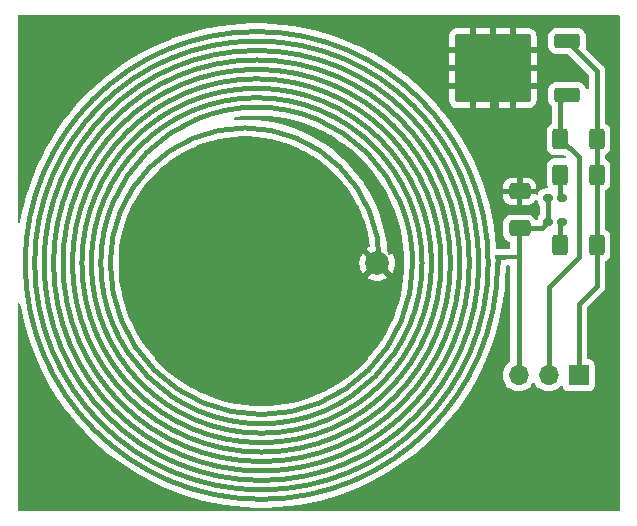
<source format=gbr>
%TF.GenerationSoftware,KiCad,Pcbnew,8.0.1*%
%TF.CreationDate,2024-04-26T07:43:16+02:00*%
%TF.ProjectId,LC-Schwingkreise,4c432d53-6368-4776-996e-676b72656973,rev?*%
%TF.SameCoordinates,Original*%
%TF.FileFunction,Copper,L1,Top*%
%TF.FilePolarity,Positive*%
%FSLAX46Y46*%
G04 Gerber Fmt 4.6, Leading zero omitted, Abs format (unit mm)*
G04 Created by KiCad (PCBNEW 8.0.1) date 2024-04-26 07:43:16*
%MOMM*%
%LPD*%
G01*
G04 APERTURE LIST*
G04 Aperture macros list*
%AMRoundRect*
0 Rectangle with rounded corners*
0 $1 Rounding radius*
0 $2 $3 $4 $5 $6 $7 $8 $9 X,Y pos of 4 corners*
0 Add a 4 corners polygon primitive as box body*
4,1,4,$2,$3,$4,$5,$6,$7,$8,$9,$2,$3,0*
0 Add four circle primitives for the rounded corners*
1,1,$1+$1,$2,$3*
1,1,$1+$1,$4,$5*
1,1,$1+$1,$6,$7*
1,1,$1+$1,$8,$9*
0 Add four rect primitives between the rounded corners*
20,1,$1+$1,$2,$3,$4,$5,0*
20,1,$1+$1,$4,$5,$6,$7,0*
20,1,$1+$1,$6,$7,$8,$9,0*
20,1,$1+$1,$8,$9,$2,$3,0*%
G04 Aperture macros list end*
%TA.AperFunction,EtchedComponent*%
%ADD10C,0.400000*%
%TD*%
%TA.AperFunction,SMDPad,CuDef*%
%ADD11RoundRect,0.250000X-0.400000X-0.625000X0.400000X-0.625000X0.400000X0.625000X-0.400000X0.625000X0*%
%TD*%
%TA.AperFunction,SMDPad,CuDef*%
%ADD12RoundRect,0.250000X0.850000X0.350000X-0.850000X0.350000X-0.850000X-0.350000X0.850000X-0.350000X0*%
%TD*%
%TA.AperFunction,SMDPad,CuDef*%
%ADD13RoundRect,0.250000X1.275000X1.125000X-1.275000X1.125000X-1.275000X-1.125000X1.275000X-1.125000X0*%
%TD*%
%TA.AperFunction,SMDPad,CuDef*%
%ADD14RoundRect,0.249997X2.950003X2.650003X-2.950003X2.650003X-2.950003X-2.650003X2.950003X-2.650003X0*%
%TD*%
%TA.AperFunction,SMDPad,CuDef*%
%ADD15RoundRect,0.160000X0.222500X0.160000X-0.222500X0.160000X-0.222500X-0.160000X0.222500X-0.160000X0*%
%TD*%
%TA.AperFunction,SMDPad,CuDef*%
%ADD16RoundRect,0.250000X0.650000X-0.412500X0.650000X0.412500X-0.650000X0.412500X-0.650000X-0.412500X0*%
%TD*%
%TA.AperFunction,ComponentPad*%
%ADD17R,1.700000X1.700000*%
%TD*%
%TA.AperFunction,ComponentPad*%
%ADD18O,1.700000X1.700000*%
%TD*%
%TA.AperFunction,SMDPad,CuDef*%
%ADD19RoundRect,0.100000X-1.000000X-0.100000X1.000000X-0.100000X1.000000X0.100000X-1.000000X0.100000X0*%
%TD*%
%TA.AperFunction,ComponentPad*%
%ADD20C,2.000000*%
%TD*%
%TA.AperFunction,ViaPad*%
%ADD21C,2.000000*%
%TD*%
%TA.AperFunction,Conductor*%
%ADD22C,0.400000*%
%TD*%
G04 APERTURE END LIST*
D10*
%TO.C,L1*%
X136150000Y-96000000D02*
X136650000Y-96000000D01*
X136150000Y-96500000D02*
X136150000Y-96000000D01*
X96150000Y-96500000D02*
G75*
G02*
X135350000Y-96500000I19600000J0D01*
G01*
X96950000Y-96500000D02*
G75*
G02*
X134550000Y-96500000I18800000J0D01*
G01*
X97750000Y-96500000D02*
G75*
G02*
X133750000Y-96500000I18000000J0D01*
G01*
X98550000Y-96500000D02*
G75*
G02*
X132950000Y-96500000I17200000J0D01*
G01*
X99350000Y-96500000D02*
G75*
G02*
X132150000Y-96500000I16400000J0D01*
G01*
X100150000Y-96500000D02*
G75*
G02*
X131350000Y-96500000I15600000J0D01*
G01*
X100950000Y-96500000D02*
G75*
G02*
X130550000Y-96500000I14800000J0D01*
G01*
X101750000Y-96500000D02*
G75*
G02*
X129750000Y-96500000I14000000J0D01*
G01*
X102550000Y-96500000D02*
G75*
G02*
X128950000Y-96500000I13200000J0D01*
G01*
X103350000Y-96500000D02*
G75*
G02*
X126150000Y-96500000I11400000J43860D01*
G01*
X128950000Y-96500000D02*
G75*
G02*
X103350000Y-96500000I-12800000J-25000D01*
G01*
X129750000Y-96500000D02*
G75*
G02*
X102550000Y-96500000I-13600000J0D01*
G01*
X130550000Y-96500000D02*
G75*
G02*
X101750000Y-96500000I-14400000J0D01*
G01*
X131350000Y-96500000D02*
G75*
G02*
X100950000Y-96500000I-15200000J0D01*
G01*
X132150000Y-96500000D02*
G75*
G02*
X100150000Y-96500000I-16000000J0D01*
G01*
X132950000Y-96500000D02*
G75*
G02*
X99350000Y-96500000I-16800000J0D01*
G01*
X133750000Y-96500000D02*
G75*
G02*
X98550000Y-96500000I-17600000J0D01*
G01*
X134550000Y-96500000D02*
G75*
G02*
X97750000Y-96500000I-18400000J0D01*
G01*
X135350000Y-96500000D02*
G75*
G02*
X96950000Y-96500000I-19200000J0D01*
G01*
X136150000Y-96500000D02*
G75*
G02*
X96150000Y-96500000I-20000000J0D01*
G01*
%TD*%
D11*
%TO.P,R2,1*%
%TO.N,Net-(D1-Pad1)*%
X141450000Y-89000000D03*
%TO.P,R2,2*%
%TO.N,Net-(Q1-S)*%
X144550000Y-89000000D03*
%TD*%
%TO.P,R1,1*%
%TO.N,Net-(Q1-G)*%
X141450000Y-86000000D03*
%TO.P,R1,2*%
%TO.N,Net-(Q1-S)*%
X144550000Y-86000000D03*
%TD*%
D12*
%TO.P,Q1,1,G*%
%TO.N,Net-(Q1-G)*%
X142040000Y-82280000D03*
D13*
%TO.P,Q1,2,D*%
%TO.N,Net-(Q1-D)*%
X137415000Y-81525000D03*
X137415000Y-78475000D03*
D14*
X135740000Y-80000000D03*
D13*
X134065000Y-81525000D03*
X134065000Y-78475000D03*
D12*
%TO.P,Q1,3,S*%
%TO.N,Net-(Q1-S)*%
X142040000Y-77720000D03*
%TD*%
D15*
%TO.P,D1,1*%
%TO.N,Net-(D1-Pad1)*%
X141572500Y-91000000D03*
%TO.P,D1,2*%
%TO.N,Net-(C1-Pad1)*%
X140427500Y-91000000D03*
%TD*%
D16*
%TO.P,C1,1*%
%TO.N,Net-(C1-Pad1)*%
X138000000Y-93562500D03*
%TO.P,C1,2*%
%TO.N,Net-(Q1-D)*%
X138000000Y-90437500D03*
%TD*%
D17*
%TO.P,J1,1*%
%TO.N,Net-(Q1-S)*%
X143000000Y-106000000D03*
D18*
%TO.P,J1,2*%
%TO.N,Net-(Q1-G)*%
X140460000Y-106000000D03*
%TO.P,J1,3*%
%TO.N,Net-(C1-Pad1)*%
X137920000Y-106000000D03*
%TD*%
D11*
%TO.P,R3,1*%
%TO.N,Net-(D2-Pad1)*%
X141450000Y-95000000D03*
%TO.P,R3,2*%
%TO.N,Net-(Q1-S)*%
X144550000Y-95000000D03*
%TD*%
D19*
%TO.P,L1,1,1*%
%TO.N,Net-(C1-Pad1)*%
X137000000Y-96000000D03*
D20*
%TO.P,L1,2,2*%
%TO.N,Net-(Q1-D)*%
X125950000Y-96500000D03*
%TD*%
D15*
%TO.P,D2,1*%
%TO.N,Net-(D2-Pad1)*%
X141572500Y-93000000D03*
%TO.P,D2,2*%
%TO.N,Net-(C1-Pad1)*%
X140427500Y-93000000D03*
%TD*%
D21*
%TO.N,Net-(Q1-D)*%
X136000000Y-86000000D03*
%TD*%
D22*
%TO.N,Net-(C1-Pad1)*%
X138000000Y-93562500D02*
X139865000Y-93562500D01*
X139865000Y-93562500D02*
X140427500Y-93000000D01*
X137920000Y-106000000D02*
X137920000Y-93642500D01*
X140427500Y-91000000D02*
X140427500Y-93000000D01*
X137920000Y-93642500D02*
X138000000Y-93562500D01*
%TO.N,Net-(Q1-D)*%
X136000000Y-80260000D02*
X135740000Y-80000000D01*
X138000000Y-88000000D02*
X138000000Y-90437500D01*
X136000000Y-86000000D02*
X136000000Y-80260000D01*
X136000000Y-86000000D02*
X138000000Y-88000000D01*
%TO.N,Net-(D1-Pad1)*%
X141450000Y-89000000D02*
X141450000Y-90877500D01*
X141450000Y-90877500D02*
X141572500Y-91000000D01*
%TO.N,Net-(D2-Pad1)*%
X141450000Y-95000000D02*
X141450000Y-93122500D01*
X141450000Y-93122500D02*
X141572500Y-93000000D01*
%TO.N,Net-(Q1-G)*%
X140460000Y-106000000D02*
X140460000Y-98540000D01*
X143000000Y-87550000D02*
X141450000Y-86000000D01*
X140460000Y-98540000D02*
X143000000Y-96000000D01*
X141450000Y-82870000D02*
X142040000Y-82280000D01*
X143000000Y-96000000D02*
X143000000Y-87550000D01*
X141450000Y-86000000D02*
X141450000Y-82870000D01*
%TO.N,Net-(Q1-S)*%
X144550000Y-80230000D02*
X144550000Y-95000000D01*
X143000000Y-100000000D02*
X144550000Y-98450000D01*
X144550000Y-98450000D02*
X144550000Y-95000000D01*
X143000000Y-106000000D02*
X143000000Y-100000000D01*
X142040000Y-77720000D02*
X142590000Y-77720000D01*
X144550000Y-80230000D02*
X144550000Y-86000000D01*
X144550000Y-80230000D02*
X144550000Y-89000000D01*
X142040000Y-77720000D02*
X144550000Y-80230000D01*
%TD*%
%TA.AperFunction,Conductor*%
%TO.N,Net-(Q1-D)*%
G36*
X146442539Y-75520185D02*
G01*
X146488294Y-75572989D01*
X146499500Y-75624500D01*
X146499500Y-117375500D01*
X146479815Y-117442539D01*
X146427011Y-117488294D01*
X146375500Y-117499500D01*
X95624500Y-117499500D01*
X95557461Y-117479815D01*
X95511706Y-117427011D01*
X95500500Y-117375500D01*
X95500500Y-100017618D01*
X95520185Y-99950579D01*
X95572989Y-99904824D01*
X95642147Y-99894880D01*
X95705703Y-99923905D01*
X95743477Y-99982683D01*
X95746616Y-99996086D01*
X95842419Y-100539414D01*
X96037950Y-101421395D01*
X96271756Y-102293974D01*
X96294699Y-102366740D01*
X96543407Y-103155541D01*
X96852379Y-104004434D01*
X96852381Y-104004439D01*
X97198085Y-104839042D01*
X97579868Y-105657780D01*
X97996996Y-106459076D01*
X98286735Y-106960917D01*
X98448685Y-107241422D01*
X98877614Y-107914706D01*
X98934072Y-108003327D01*
X99452219Y-108743318D01*
X100002159Y-109460014D01*
X100370783Y-109899322D01*
X100582836Y-110152037D01*
X101193146Y-110818073D01*
X101831927Y-111456854D01*
X102497963Y-112067164D01*
X102834915Y-112349900D01*
X103189985Y-112647840D01*
X103906681Y-113197780D01*
X104646681Y-113715933D01*
X105408578Y-114201315D01*
X105873430Y-114469698D01*
X106190923Y-114653003D01*
X106992219Y-115070131D01*
X107305942Y-115216422D01*
X107810958Y-115451915D01*
X108645566Y-115797621D01*
X109494459Y-116106593D01*
X110356021Y-116378242D01*
X111228612Y-116612052D01*
X112110572Y-116807578D01*
X112665447Y-116905417D01*
X113000219Y-116964447D01*
X113118133Y-116979970D01*
X113895865Y-117082361D01*
X114795800Y-117161095D01*
X115698313Y-117200500D01*
X116601687Y-117200500D01*
X117504200Y-117161095D01*
X118404135Y-117082361D01*
X119299780Y-116964447D01*
X120189428Y-116807578D01*
X121071388Y-116612052D01*
X121943979Y-116378242D01*
X122805541Y-116106593D01*
X123654434Y-115797621D01*
X124489042Y-115451915D01*
X125307776Y-115070133D01*
X126109078Y-114653002D01*
X126891422Y-114201315D01*
X127653319Y-113715933D01*
X128393319Y-113197780D01*
X129110013Y-112647841D01*
X129802037Y-112067164D01*
X130468073Y-111456854D01*
X131106854Y-110818073D01*
X131717164Y-110152037D01*
X132297841Y-109460013D01*
X132847780Y-108743319D01*
X133365933Y-108003319D01*
X133851315Y-107241422D01*
X134303002Y-106459078D01*
X134720133Y-105657776D01*
X135101915Y-104839042D01*
X135447621Y-104004434D01*
X135756593Y-103155541D01*
X136028242Y-102293979D01*
X136262052Y-101421388D01*
X136457578Y-100539428D01*
X136614447Y-99649780D01*
X136732361Y-98754135D01*
X136811095Y-97854200D01*
X136850500Y-96951687D01*
X136850500Y-96824499D01*
X136870185Y-96757460D01*
X136922989Y-96711705D01*
X136974500Y-96700499D01*
X137095500Y-96700499D01*
X137162539Y-96720184D01*
X137208294Y-96772988D01*
X137219500Y-96824499D01*
X137219500Y-104777288D01*
X137199815Y-104844327D01*
X137166624Y-104878863D01*
X137048594Y-104961508D01*
X136881505Y-105128597D01*
X136745965Y-105322169D01*
X136745964Y-105322171D01*
X136646098Y-105536335D01*
X136646094Y-105536344D01*
X136584938Y-105764586D01*
X136584936Y-105764596D01*
X136564341Y-105999999D01*
X136564341Y-106000000D01*
X136584936Y-106235403D01*
X136584938Y-106235413D01*
X136646094Y-106463655D01*
X136646096Y-106463659D01*
X136646097Y-106463663D01*
X136650000Y-106472032D01*
X136745965Y-106677830D01*
X136745967Y-106677834D01*
X136854281Y-106832521D01*
X136881505Y-106871401D01*
X137048599Y-107038495D01*
X137145384Y-107106265D01*
X137242165Y-107174032D01*
X137242167Y-107174033D01*
X137242170Y-107174035D01*
X137456337Y-107273903D01*
X137684592Y-107335063D01*
X137861034Y-107350500D01*
X137919999Y-107355659D01*
X137920000Y-107355659D01*
X137920001Y-107355659D01*
X137978966Y-107350500D01*
X138155408Y-107335063D01*
X138383663Y-107273903D01*
X138597830Y-107174035D01*
X138791401Y-107038495D01*
X138958495Y-106871401D01*
X139088425Y-106685842D01*
X139143002Y-106642217D01*
X139212500Y-106635023D01*
X139274855Y-106666546D01*
X139291575Y-106685842D01*
X139421500Y-106871395D01*
X139421505Y-106871401D01*
X139588599Y-107038495D01*
X139685384Y-107106265D01*
X139782165Y-107174032D01*
X139782167Y-107174033D01*
X139782170Y-107174035D01*
X139996337Y-107273903D01*
X140224592Y-107335063D01*
X140401034Y-107350500D01*
X140459999Y-107355659D01*
X140460000Y-107355659D01*
X140460001Y-107355659D01*
X140518966Y-107350500D01*
X140695408Y-107335063D01*
X140923663Y-107273903D01*
X141137830Y-107174035D01*
X141331401Y-107038495D01*
X141453329Y-106916566D01*
X141514648Y-106883084D01*
X141584340Y-106888068D01*
X141640274Y-106929939D01*
X141657189Y-106960917D01*
X141706202Y-107092328D01*
X141706206Y-107092335D01*
X141792452Y-107207544D01*
X141792455Y-107207547D01*
X141907664Y-107293793D01*
X141907671Y-107293797D01*
X142042517Y-107344091D01*
X142042516Y-107344091D01*
X142049444Y-107344835D01*
X142102127Y-107350500D01*
X143897872Y-107350499D01*
X143957483Y-107344091D01*
X144092331Y-107293796D01*
X144207546Y-107207546D01*
X144293796Y-107092331D01*
X144344091Y-106957483D01*
X144350500Y-106897873D01*
X144350499Y-105102128D01*
X144344091Y-105042517D01*
X144342810Y-105039083D01*
X144293797Y-104907671D01*
X144293793Y-104907664D01*
X144207547Y-104792455D01*
X144207544Y-104792452D01*
X144092335Y-104706206D01*
X144092328Y-104706202D01*
X143957482Y-104655908D01*
X143957483Y-104655908D01*
X143897883Y-104649501D01*
X143897881Y-104649500D01*
X143897873Y-104649500D01*
X143897865Y-104649500D01*
X143824500Y-104649500D01*
X143757461Y-104629815D01*
X143711706Y-104577011D01*
X143700500Y-104525500D01*
X143700500Y-100341519D01*
X143720185Y-100274480D01*
X143736819Y-100253838D01*
X145094112Y-98896545D01*
X145094114Y-98896543D01*
X145170775Y-98781811D01*
X145223580Y-98654328D01*
X145232389Y-98610040D01*
X145250500Y-98518996D01*
X145250500Y-96390638D01*
X145270185Y-96323599D01*
X145309401Y-96285100D01*
X145418656Y-96217712D01*
X145542712Y-96093656D01*
X145634814Y-95944334D01*
X145689999Y-95777797D01*
X145700500Y-95675009D01*
X145700499Y-94324992D01*
X145700183Y-94321903D01*
X145689999Y-94222203D01*
X145689998Y-94222200D01*
X145634814Y-94055666D01*
X145542712Y-93906344D01*
X145418656Y-93782288D01*
X145309402Y-93714900D01*
X145262679Y-93662953D01*
X145250500Y-93609362D01*
X145250500Y-90390638D01*
X145270185Y-90323599D01*
X145309401Y-90285100D01*
X145418656Y-90217712D01*
X145542712Y-90093656D01*
X145634814Y-89944334D01*
X145689999Y-89777797D01*
X145700500Y-89675009D01*
X145700499Y-88324992D01*
X145697288Y-88293563D01*
X145689999Y-88222203D01*
X145689998Y-88222200D01*
X145669833Y-88161346D01*
X145634814Y-88055666D01*
X145542712Y-87906344D01*
X145418656Y-87782288D01*
X145309402Y-87714900D01*
X145262679Y-87662953D01*
X145250500Y-87609362D01*
X145250500Y-87390638D01*
X145270185Y-87323599D01*
X145309401Y-87285100D01*
X145418656Y-87217712D01*
X145542712Y-87093656D01*
X145634814Y-86944334D01*
X145689999Y-86777797D01*
X145700500Y-86675009D01*
X145700499Y-85324992D01*
X145689999Y-85222203D01*
X145634814Y-85055666D01*
X145542712Y-84906344D01*
X145418656Y-84782288D01*
X145309402Y-84714900D01*
X145262679Y-84662953D01*
X145250500Y-84609362D01*
X145250500Y-80161004D01*
X145223581Y-80025677D01*
X145223580Y-80025676D01*
X145223580Y-80025672D01*
X145223578Y-80025667D01*
X145170778Y-79898195D01*
X145170774Y-79898188D01*
X145131645Y-79839627D01*
X145131645Y-79839626D01*
X145094115Y-79783458D01*
X145094109Y-79783451D01*
X143660052Y-78349395D01*
X143626567Y-78288072D01*
X143629662Y-78229646D01*
X143628582Y-78229415D01*
X143629999Y-78222796D01*
X143640499Y-78120016D01*
X143640500Y-78120009D01*
X143640499Y-77319992D01*
X143629999Y-77217203D01*
X143574814Y-77050666D01*
X143482712Y-76901344D01*
X143358656Y-76777288D01*
X143209334Y-76685186D01*
X143042797Y-76630001D01*
X143042795Y-76630000D01*
X142940010Y-76619500D01*
X141139998Y-76619500D01*
X141139981Y-76619501D01*
X141037203Y-76630000D01*
X141037200Y-76630001D01*
X140870668Y-76685185D01*
X140870663Y-76685187D01*
X140721342Y-76777289D01*
X140597289Y-76901342D01*
X140505187Y-77050663D01*
X140505186Y-77050666D01*
X140450001Y-77217203D01*
X140450001Y-77217204D01*
X140450000Y-77217204D01*
X140439500Y-77319983D01*
X140439500Y-78120001D01*
X140439501Y-78120019D01*
X140450000Y-78222796D01*
X140450001Y-78222799D01*
X140505185Y-78389331D01*
X140505186Y-78389334D01*
X140597288Y-78538656D01*
X140721344Y-78662712D01*
X140870666Y-78754814D01*
X141037203Y-78809999D01*
X141139991Y-78820500D01*
X142098480Y-78820499D01*
X142165519Y-78840183D01*
X142186161Y-78856818D01*
X143813181Y-80483838D01*
X143846666Y-80545161D01*
X143849500Y-80571519D01*
X143849500Y-81671188D01*
X143829815Y-81738227D01*
X143777011Y-81783982D01*
X143707853Y-81793926D01*
X143644297Y-81764901D01*
X143607794Y-81710193D01*
X143594869Y-81671188D01*
X143574814Y-81610666D01*
X143482712Y-81461344D01*
X143358656Y-81337288D01*
X143265888Y-81280069D01*
X143209336Y-81245187D01*
X143209331Y-81245185D01*
X143207862Y-81244698D01*
X143042797Y-81190001D01*
X143042795Y-81190000D01*
X142940010Y-81179500D01*
X141139998Y-81179500D01*
X141139981Y-81179501D01*
X141037203Y-81190000D01*
X141037200Y-81190001D01*
X140870668Y-81245185D01*
X140870663Y-81245187D01*
X140721342Y-81337289D01*
X140597289Y-81461342D01*
X140505187Y-81610663D01*
X140505186Y-81610666D01*
X140450001Y-81777203D01*
X140450001Y-81777204D01*
X140450000Y-81777204D01*
X140439500Y-81879983D01*
X140439500Y-82680001D01*
X140439501Y-82680019D01*
X140450000Y-82782796D01*
X140450001Y-82782799D01*
X140505185Y-82949331D01*
X140505187Y-82949336D01*
X140597289Y-83098657D01*
X140713181Y-83214549D01*
X140746666Y-83275872D01*
X140749500Y-83302230D01*
X140749500Y-84609362D01*
X140729815Y-84676401D01*
X140690598Y-84714899D01*
X140655804Y-84736361D01*
X140581342Y-84782289D01*
X140457289Y-84906342D01*
X140365187Y-85055663D01*
X140365186Y-85055666D01*
X140310001Y-85222203D01*
X140310001Y-85222204D01*
X140310000Y-85222204D01*
X140299500Y-85324983D01*
X140299500Y-86675001D01*
X140299501Y-86675018D01*
X140310000Y-86777796D01*
X140310001Y-86777799D01*
X140365185Y-86944331D01*
X140365186Y-86944334D01*
X140457288Y-87093656D01*
X140581344Y-87217712D01*
X140730666Y-87309814D01*
X140897203Y-87364999D01*
X140999991Y-87375500D01*
X141783480Y-87375499D01*
X141850519Y-87395183D01*
X141871161Y-87411818D01*
X141872162Y-87412819D01*
X141905647Y-87474142D01*
X141900663Y-87543834D01*
X141858791Y-87599767D01*
X141793327Y-87624184D01*
X141784481Y-87624500D01*
X140999998Y-87624500D01*
X140999980Y-87624501D01*
X140897203Y-87635000D01*
X140897200Y-87635001D01*
X140730668Y-87690185D01*
X140730663Y-87690187D01*
X140581342Y-87782289D01*
X140457289Y-87906342D01*
X140365187Y-88055663D01*
X140365186Y-88055666D01*
X140310001Y-88222203D01*
X140310001Y-88222204D01*
X140310000Y-88222204D01*
X140299500Y-88324983D01*
X140299500Y-89675001D01*
X140299501Y-89675018D01*
X140310000Y-89777796D01*
X140310001Y-89777799D01*
X140341317Y-89872302D01*
X140365186Y-89944334D01*
X140393602Y-89990404D01*
X140412042Y-90057796D01*
X140391119Y-90124459D01*
X140337477Y-90169229D01*
X140288064Y-90179500D01*
X140151611Y-90179500D01*
X140085073Y-90185546D01*
X140085066Y-90185548D01*
X139931933Y-90233265D01*
X139931929Y-90233267D01*
X139794670Y-90316242D01*
X139794665Y-90316246D01*
X139681246Y-90429665D01*
X139681242Y-90429670D01*
X139598267Y-90566929D01*
X139598267Y-90566930D01*
X139583541Y-90614186D01*
X139544802Y-90672333D01*
X139480777Y-90700306D01*
X139411791Y-90689224D01*
X139409351Y-90687500D01*
X138250000Y-90687500D01*
X138250000Y-91599999D01*
X138699972Y-91599999D01*
X138699986Y-91599998D01*
X138802697Y-91589505D01*
X138969119Y-91534358D01*
X138969124Y-91534356D01*
X139118345Y-91442315D01*
X139242317Y-91318343D01*
X139318656Y-91194577D01*
X139370603Y-91147852D01*
X139439566Y-91136629D01*
X139503648Y-91164472D01*
X139542505Y-91222541D01*
X139547686Y-91248449D01*
X139550546Y-91279927D01*
X139550548Y-91279933D01*
X139598265Y-91433066D01*
X139598267Y-91433070D01*
X139681242Y-91570329D01*
X139681246Y-91570334D01*
X139690681Y-91579769D01*
X139724166Y-91641092D01*
X139727000Y-91667450D01*
X139727000Y-92332550D01*
X139707315Y-92399589D01*
X139690681Y-92420231D01*
X139681246Y-92429665D01*
X139681242Y-92429670D01*
X139598267Y-92566929D01*
X139598265Y-92566933D01*
X139550548Y-92720065D01*
X139547899Y-92749221D01*
X139522229Y-92814204D01*
X139465501Y-92854993D01*
X139424408Y-92862000D01*
X139423348Y-92862000D01*
X139356309Y-92842315D01*
X139317809Y-92803097D01*
X139242712Y-92681344D01*
X139118656Y-92557288D01*
X138969334Y-92465186D01*
X138802797Y-92410001D01*
X138802795Y-92410000D01*
X138700010Y-92399500D01*
X137299998Y-92399500D01*
X137299981Y-92399501D01*
X137197203Y-92410000D01*
X137197200Y-92410001D01*
X137030668Y-92465185D01*
X137030663Y-92465187D01*
X136881342Y-92557289D01*
X136757289Y-92681342D01*
X136665187Y-92830663D01*
X136665186Y-92830666D01*
X136610001Y-92997203D01*
X136610001Y-92997204D01*
X136610000Y-92997204D01*
X136599500Y-93099983D01*
X136599500Y-94025001D01*
X136599501Y-94025019D01*
X136610000Y-94127796D01*
X136610001Y-94127799D01*
X136665185Y-94294331D01*
X136665187Y-94294336D01*
X136684914Y-94326318D01*
X136757288Y-94443656D01*
X136881344Y-94567712D01*
X137030666Y-94659814D01*
X137134505Y-94694223D01*
X137191949Y-94733995D01*
X137218772Y-94798510D01*
X137219500Y-94811928D01*
X137219500Y-95175500D01*
X137199815Y-95242539D01*
X137147011Y-95288294D01*
X137095500Y-95299500D01*
X136136129Y-95299500D01*
X136069090Y-95279815D01*
X136023335Y-95227011D01*
X136012247Y-95180905D01*
X136012011Y-95175500D01*
X136011857Y-95171968D01*
X135934644Y-94289422D01*
X135819009Y-93411084D01*
X135665171Y-92538626D01*
X135473423Y-91673709D01*
X135244131Y-90817979D01*
X135202991Y-90687500D01*
X136600001Y-90687500D01*
X136600001Y-90899986D01*
X136610494Y-91002697D01*
X136665641Y-91169119D01*
X136665643Y-91169124D01*
X136757684Y-91318345D01*
X136881654Y-91442315D01*
X137030875Y-91534356D01*
X137030880Y-91534358D01*
X137197302Y-91589505D01*
X137197309Y-91589506D01*
X137300019Y-91599999D01*
X137749999Y-91599999D01*
X137750000Y-91599998D01*
X137750000Y-90687500D01*
X136600001Y-90687500D01*
X135202991Y-90687500D01*
X135045342Y-90187500D01*
X136600000Y-90187500D01*
X137750000Y-90187500D01*
X137750000Y-89275000D01*
X138250000Y-89275000D01*
X138250000Y-90187500D01*
X139399999Y-90187500D01*
X139399999Y-89975028D01*
X139399998Y-89975013D01*
X139389505Y-89872302D01*
X139334358Y-89705880D01*
X139334356Y-89705875D01*
X139242315Y-89556654D01*
X139118345Y-89432684D01*
X138969124Y-89340643D01*
X138969119Y-89340641D01*
X138802697Y-89285494D01*
X138802690Y-89285493D01*
X138699986Y-89275000D01*
X138250000Y-89275000D01*
X137750000Y-89275000D01*
X137300028Y-89275000D01*
X137300012Y-89275001D01*
X137197302Y-89285494D01*
X137030880Y-89340641D01*
X137030875Y-89340643D01*
X136881654Y-89432684D01*
X136757684Y-89556654D01*
X136665643Y-89705875D01*
X136665641Y-89705880D01*
X136610494Y-89872302D01*
X136610493Y-89872309D01*
X136600000Y-89975013D01*
X136600000Y-90187500D01*
X135045342Y-90187500D01*
X134977731Y-89973065D01*
X134674729Y-89140575D01*
X134335703Y-88322095D01*
X134104759Y-87826833D01*
X133961297Y-87519176D01*
X133552229Y-86733364D01*
X133242073Y-86196160D01*
X133109269Y-85966137D01*
X132633267Y-85218962D01*
X132125125Y-84493261D01*
X131750658Y-84005246D01*
X131585812Y-83790414D01*
X131289648Y-83437460D01*
X131016357Y-83111764D01*
X130417840Y-82458598D01*
X129791402Y-81832160D01*
X129729023Y-81775000D01*
X132040000Y-81775000D01*
X132040000Y-82700094D01*
X132040134Y-82701287D01*
X132050494Y-82802699D01*
X132105640Y-82969120D01*
X132105642Y-82969125D01*
X132197683Y-83118346D01*
X132321653Y-83242316D01*
X132470874Y-83334357D01*
X132470879Y-83334359D01*
X132637302Y-83389506D01*
X132637300Y-83389506D01*
X132696134Y-83395516D01*
X132707124Y-83400000D01*
X132733701Y-83400000D01*
X132746304Y-83400642D01*
X132753461Y-83401373D01*
X132761419Y-83400000D01*
X132791375Y-83400000D01*
X132791384Y-83399999D01*
X133815000Y-83399999D01*
X133815000Y-81775000D01*
X134315000Y-81775000D01*
X134315000Y-83399999D01*
X135490000Y-83399999D01*
X135490000Y-81775000D01*
X135990000Y-81775000D01*
X135990000Y-83399999D01*
X137164999Y-83399999D01*
X137165000Y-83399998D01*
X137165000Y-81775000D01*
X137665000Y-81775000D01*
X137665000Y-83399999D01*
X138739974Y-83399999D01*
X138739988Y-83399998D01*
X138842699Y-83389505D01*
X139009120Y-83334359D01*
X139009125Y-83334357D01*
X139158346Y-83242316D01*
X139282316Y-83118346D01*
X139374357Y-82969125D01*
X139374359Y-82969120D01*
X139429505Y-82802698D01*
X139439999Y-82699988D01*
X139440000Y-82699975D01*
X139440000Y-81775000D01*
X137665000Y-81775000D01*
X137165000Y-81775000D01*
X135990000Y-81775000D01*
X135490000Y-81775000D01*
X134315000Y-81775000D01*
X133815000Y-81775000D01*
X132040000Y-81775000D01*
X129729023Y-81775000D01*
X129138236Y-81233643D01*
X128890403Y-81025687D01*
X128459585Y-80664187D01*
X127919805Y-80250000D01*
X132040000Y-80250000D01*
X132040000Y-81275000D01*
X133815000Y-81275000D01*
X133815000Y-80250000D01*
X134315000Y-80250000D01*
X134315000Y-81275000D01*
X135490000Y-81275000D01*
X135490000Y-80250000D01*
X135990000Y-80250000D01*
X135990000Y-81275000D01*
X137165000Y-81275000D01*
X137165000Y-80250000D01*
X137665000Y-80250000D01*
X137665000Y-81275000D01*
X139439999Y-81275000D01*
X139439999Y-80250000D01*
X137665000Y-80250000D01*
X137165000Y-80250000D01*
X135990000Y-80250000D01*
X135490000Y-80250000D01*
X134315000Y-80250000D01*
X133815000Y-80250000D01*
X132040000Y-80250000D01*
X127919805Y-80250000D01*
X127756748Y-80124882D01*
X127756749Y-80124882D01*
X127756739Y-80124875D01*
X127031038Y-79616733D01*
X126283863Y-79140731D01*
X126139345Y-79057293D01*
X125563799Y-78725000D01*
X132040000Y-78725000D01*
X132040000Y-79750000D01*
X133815000Y-79750000D01*
X133815000Y-78725000D01*
X134315000Y-78725000D01*
X134315000Y-79750000D01*
X135490000Y-79750000D01*
X135490000Y-78725000D01*
X135990000Y-78725000D01*
X135990000Y-79750000D01*
X137165000Y-79750000D01*
X137165000Y-78725000D01*
X137665000Y-78725000D01*
X137665000Y-79750000D01*
X139439999Y-79750000D01*
X139439999Y-79656113D01*
X139440000Y-79656092D01*
X139440000Y-78725000D01*
X137665000Y-78725000D01*
X137165000Y-78725000D01*
X135990000Y-78725000D01*
X135490000Y-78725000D01*
X134315000Y-78725000D01*
X133815000Y-78725000D01*
X132040000Y-78725000D01*
X125563799Y-78725000D01*
X125516635Y-78697770D01*
X124730823Y-78288702D01*
X124594213Y-78225000D01*
X132040000Y-78225000D01*
X133815000Y-78225000D01*
X133815000Y-76600000D01*
X134315000Y-76600000D01*
X134315000Y-78225000D01*
X135490000Y-78225000D01*
X135490000Y-76600000D01*
X135990000Y-76600000D01*
X135990000Y-78225000D01*
X137165000Y-78225000D01*
X137165000Y-76600000D01*
X137665000Y-76600000D01*
X137665000Y-78225000D01*
X139439999Y-78225000D01*
X139439999Y-77300028D01*
X139439998Y-77300013D01*
X139430148Y-77203589D01*
X139429976Y-77200219D01*
X139429505Y-77197300D01*
X139374359Y-77030879D01*
X139374357Y-77030874D01*
X139282316Y-76881653D01*
X139158346Y-76757683D01*
X139009125Y-76665642D01*
X139009120Y-76665640D01*
X138842698Y-76610494D01*
X138739988Y-76600000D01*
X137665000Y-76600000D01*
X137165000Y-76600000D01*
X135990000Y-76600000D01*
X135490000Y-76600000D01*
X134315000Y-76600000D01*
X133815000Y-76600000D01*
X132739197Y-76600000D01*
X132736364Y-76600374D01*
X132637300Y-76610494D01*
X132470879Y-76665640D01*
X132470874Y-76665642D01*
X132321653Y-76757683D01*
X132197683Y-76881653D01*
X132105642Y-77030874D01*
X132105640Y-77030879D01*
X132050494Y-77197301D01*
X132040000Y-77300011D01*
X132040000Y-78225000D01*
X124594213Y-78225000D01*
X123927905Y-77914297D01*
X123109430Y-77575273D01*
X123109425Y-77575271D01*
X122276935Y-77272269D01*
X121771478Y-77112899D01*
X121432016Y-77005867D01*
X120576298Y-76776579D01*
X120576300Y-76776579D01*
X120576291Y-76776577D01*
X119711374Y-76584829D01*
X119711371Y-76584828D01*
X119711360Y-76584826D01*
X118838916Y-76430990D01*
X117960578Y-76315356D01*
X117078036Y-76238143D01*
X116192958Y-76199500D01*
X115307042Y-76199500D01*
X114421963Y-76238143D01*
X113539421Y-76315356D01*
X112661083Y-76430990D01*
X111788639Y-76584826D01*
X111632231Y-76619501D01*
X110923709Y-76776577D01*
X110923704Y-76776578D01*
X110923701Y-76776579D01*
X110067983Y-77005867D01*
X109475793Y-77192584D01*
X109223065Y-77272269D01*
X108669931Y-77473593D01*
X108390569Y-77575273D01*
X107572094Y-77914297D01*
X106769176Y-78288702D01*
X105983364Y-78697770D01*
X105216145Y-79140726D01*
X104468964Y-79616731D01*
X103743251Y-80124882D01*
X103040414Y-80664187D01*
X102361760Y-81233646D01*
X101708598Y-81832159D01*
X101082159Y-82458598D01*
X100483646Y-83111760D01*
X99914187Y-83790414D01*
X99374882Y-84493251D01*
X98866731Y-85218964D01*
X98390726Y-85966145D01*
X97947770Y-86733364D01*
X97538702Y-87519176D01*
X97164297Y-88322094D01*
X96874751Y-89021120D01*
X96825271Y-89140575D01*
X96522269Y-89973065D01*
X96454658Y-90187500D01*
X96255867Y-90817983D01*
X96042016Y-91616088D01*
X96026577Y-91673709D01*
X95994034Y-91820500D01*
X95834826Y-92538639D01*
X95746616Y-93038905D01*
X95715589Y-93101508D01*
X95655642Y-93137399D01*
X95585808Y-93135182D01*
X95528258Y-93095561D01*
X95501264Y-93031117D01*
X95500500Y-93017373D01*
X95500500Y-75624500D01*
X95520185Y-75557461D01*
X95572989Y-75511706D01*
X95624500Y-75500500D01*
X146375500Y-75500500D01*
X146442539Y-75520185D01*
G37*
%TD.AperFunction*%
%TA.AperFunction,Conductor*%
G36*
X116097823Y-84005433D02*
G01*
X116778813Y-84043005D01*
X116785598Y-84043568D01*
X117463466Y-84118594D01*
X117470186Y-84119525D01*
X118142939Y-84231788D01*
X118149601Y-84233089D01*
X118815132Y-84382238D01*
X118821724Y-84383908D01*
X119478005Y-84569487D01*
X119484512Y-84571522D01*
X119964676Y-84736363D01*
X120129564Y-84792969D01*
X120135958Y-84795363D01*
X120767832Y-85052007D01*
X120774075Y-85054746D01*
X121346714Y-85324981D01*
X121390843Y-85345806D01*
X121396940Y-85348891D01*
X121996738Y-85673485D01*
X122002656Y-85676902D01*
X122583678Y-86034055D01*
X122589390Y-86037787D01*
X123000555Y-86322882D01*
X123149837Y-86426392D01*
X123155343Y-86430439D01*
X123693544Y-86849338D01*
X123698788Y-86853656D01*
X124213108Y-87301579D01*
X124218114Y-87306186D01*
X124437056Y-87519176D01*
X124706971Y-87781754D01*
X124711736Y-87786652D01*
X125173638Y-88288410D01*
X125178126Y-88293563D01*
X125611693Y-88820015D01*
X125615890Y-88825408D01*
X125946340Y-89275001D01*
X125994585Y-89340641D01*
X126019782Y-89374922D01*
X126023676Y-89380537D01*
X126396703Y-89951498D01*
X126400281Y-89957320D01*
X126741268Y-90547928D01*
X126744521Y-90553938D01*
X127052471Y-91162464D01*
X127055387Y-91168644D01*
X127329342Y-91793197D01*
X127331913Y-91799528D01*
X127571043Y-92438214D01*
X127573262Y-92444677D01*
X127776842Y-93095561D01*
X127776846Y-93095572D01*
X127778706Y-93102148D01*
X127946129Y-93763288D01*
X127947623Y-93769956D01*
X128078366Y-94439290D01*
X128079491Y-94446030D01*
X128173169Y-95121579D01*
X128173920Y-95128371D01*
X128230236Y-95808014D01*
X128230613Y-95814837D01*
X128249426Y-96497355D01*
X128249431Y-96504012D01*
X128231836Y-97177201D01*
X128231458Y-97184155D01*
X128176168Y-97854433D01*
X128175401Y-97861355D01*
X128082567Y-98527483D01*
X128081413Y-98534350D01*
X127951325Y-99194240D01*
X127949786Y-99201032D01*
X127782866Y-99852542D01*
X127780949Y-99859238D01*
X127577710Y-100500368D01*
X127575420Y-100506944D01*
X127336508Y-101135656D01*
X127333852Y-101142094D01*
X127060032Y-101756376D01*
X127057020Y-101762655D01*
X126749123Y-102360641D01*
X126745762Y-102366740D01*
X126404801Y-102946461D01*
X126401103Y-102952363D01*
X126028124Y-103512043D01*
X126024101Y-103517727D01*
X125620295Y-104055577D01*
X125615959Y-104061027D01*
X125182586Y-104575372D01*
X125177951Y-104580569D01*
X124716401Y-105069758D01*
X124711481Y-105074688D01*
X124223185Y-105537202D01*
X124217997Y-105541847D01*
X123704499Y-105976226D01*
X123699058Y-105980573D01*
X123162003Y-106385423D01*
X123156326Y-106389457D01*
X122597372Y-106763531D01*
X122591478Y-106767240D01*
X122012407Y-107109342D01*
X122006314Y-107112714D01*
X121408974Y-107421756D01*
X121402701Y-107424782D01*
X120788925Y-107699815D01*
X120782492Y-107702483D01*
X120154250Y-107942621D01*
X120147678Y-107944924D01*
X119506948Y-108149414D01*
X119500257Y-108151344D01*
X118849052Y-108319543D01*
X118842263Y-108321094D01*
X118182657Y-108452465D01*
X118175791Y-108453633D01*
X117509848Y-108547767D01*
X117502928Y-108548548D01*
X116832739Y-108605148D01*
X116825786Y-108605539D01*
X116153482Y-108624426D01*
X116146518Y-108624426D01*
X115474213Y-108605539D01*
X115467260Y-108605148D01*
X114797071Y-108548548D01*
X114790151Y-108547767D01*
X114124208Y-108453633D01*
X114117342Y-108452465D01*
X113457736Y-108321094D01*
X113450947Y-108319543D01*
X112799742Y-108151344D01*
X112793051Y-108149414D01*
X112152321Y-107944924D01*
X112145749Y-107942621D01*
X111517507Y-107702483D01*
X111511086Y-107699820D01*
X110897298Y-107424782D01*
X110891025Y-107421756D01*
X110605247Y-107273905D01*
X110293680Y-107112711D01*
X110287592Y-107109342D01*
X110167675Y-107038498D01*
X109708518Y-106767238D01*
X109702627Y-106763531D01*
X109586541Y-106685842D01*
X109143673Y-106389457D01*
X109138017Y-106385438D01*
X108600917Y-105980554D01*
X108595500Y-105976226D01*
X108345323Y-105764596D01*
X108081997Y-105541842D01*
X108076814Y-105537202D01*
X107588512Y-105074682D01*
X107583598Y-105069758D01*
X107557895Y-105042516D01*
X107334915Y-104806183D01*
X107122048Y-104580569D01*
X107117413Y-104575372D01*
X106684040Y-104061027D01*
X106679704Y-104055577D01*
X106275898Y-103517727D01*
X106271875Y-103512043D01*
X106034297Y-103155541D01*
X105898886Y-102952347D01*
X105895208Y-102946477D01*
X105554229Y-102366726D01*
X105550884Y-102360655D01*
X105242979Y-101762655D01*
X105239967Y-101756376D01*
X104966147Y-101142094D01*
X104963491Y-101135656D01*
X104724579Y-100506944D01*
X104722289Y-100500368D01*
X104655652Y-100290157D01*
X104519042Y-99859211D01*
X104517138Y-99852559D01*
X104350209Y-99201014D01*
X104348678Y-99194258D01*
X104218585Y-98534348D01*
X104217432Y-98527483D01*
X104209561Y-98471004D01*
X104124597Y-97861346D01*
X104123831Y-97854433D01*
X104083861Y-97369882D01*
X104068540Y-97184147D01*
X104068163Y-97177201D01*
X104067877Y-97166264D01*
X104050546Y-96503201D01*
X104050506Y-96500571D01*
X104050502Y-96499360D01*
X104050504Y-96498185D01*
X104050545Y-96495336D01*
X104053917Y-96364998D01*
X104066839Y-95865502D01*
X104067249Y-95858150D01*
X104074118Y-95777799D01*
X104120768Y-95232124D01*
X104121608Y-95224843D01*
X104212217Y-94603053D01*
X104213486Y-94595852D01*
X104340862Y-93980531D01*
X104342558Y-93973410D01*
X104506251Y-93366738D01*
X104508368Y-93359729D01*
X104707793Y-92763868D01*
X104710324Y-92756992D01*
X104944781Y-92174031D01*
X104947712Y-92167322D01*
X105216389Y-91599284D01*
X105219716Y-91592760D01*
X105521638Y-91041703D01*
X105525338Y-91035400D01*
X105859463Y-90503229D01*
X105863541Y-90497144D01*
X106228663Y-89985776D01*
X106233102Y-89979934D01*
X106627953Y-89491145D01*
X106632730Y-89485578D01*
X107055916Y-89021097D01*
X107060992Y-89015847D01*
X107511030Y-88577301D01*
X107516411Y-88572360D01*
X107991703Y-88161309D01*
X107997343Y-88156716D01*
X108496230Y-87774597D01*
X108502143Y-87770342D01*
X109022798Y-87418555D01*
X109029001Y-87414627D01*
X109569597Y-87094398D01*
X109576027Y-87090842D01*
X110134712Y-86803269D01*
X110141321Y-86800112D01*
X110716091Y-86546227D01*
X110722895Y-86543461D01*
X111311710Y-86324163D01*
X111318664Y-86321806D01*
X111919472Y-86137860D01*
X111926535Y-86135924D01*
X112537241Y-85987974D01*
X112544399Y-85986464D01*
X113162804Y-85875044D01*
X113170039Y-85873961D01*
X113793949Y-85799463D01*
X113801262Y-85798810D01*
X114428478Y-85761497D01*
X114435842Y-85761278D01*
X115064158Y-85761278D01*
X115071522Y-85761497D01*
X115698734Y-85798809D01*
X115706053Y-85799464D01*
X116329955Y-85873961D01*
X116337200Y-85875045D01*
X116955593Y-85986463D01*
X116962764Y-85987976D01*
X117573455Y-86135922D01*
X117580536Y-86137862D01*
X118181323Y-86321803D01*
X118188300Y-86324168D01*
X118777093Y-86543457D01*
X118783919Y-86546232D01*
X119347968Y-86795382D01*
X119358659Y-86800104D01*
X119365306Y-86803279D01*
X119923963Y-87090838D01*
X119930410Y-87094403D01*
X120470987Y-87414621D01*
X120477211Y-87418562D01*
X120997840Y-87770331D01*
X121003785Y-87774609D01*
X121502639Y-88156703D01*
X121508313Y-88161323D01*
X121983571Y-88572345D01*
X121988983Y-88577314D01*
X122438984Y-89015824D01*
X122444105Y-89021120D01*
X122867258Y-89485567D01*
X122872056Y-89491158D01*
X123266887Y-89979922D01*
X123271344Y-89985788D01*
X123636446Y-90497127D01*
X123640547Y-90503247D01*
X123974646Y-91035376D01*
X123978376Y-91041729D01*
X124280273Y-91592741D01*
X124283620Y-91599304D01*
X124552277Y-92167302D01*
X124555227Y-92174052D01*
X124789667Y-92756973D01*
X124792212Y-92763887D01*
X124991624Y-93359707D01*
X124993754Y-93366759D01*
X125157435Y-93973387D01*
X125159142Y-93980554D01*
X125286508Y-94595825D01*
X125287786Y-94603081D01*
X125349547Y-95026913D01*
X125339735Y-95096090D01*
X125294081Y-95148981D01*
X125285861Y-95153847D01*
X125126765Y-95239945D01*
X125079942Y-95276388D01*
X125079942Y-95276390D01*
X125379335Y-95575782D01*
X125412820Y-95637105D01*
X125415203Y-95652901D01*
X125432750Y-95858152D01*
X125433160Y-95865507D01*
X125437640Y-96038664D01*
X125419695Y-96106190D01*
X125368093Y-96153295D01*
X125299214Y-96165024D01*
X125234929Y-96137653D01*
X125226000Y-96129552D01*
X124726564Y-95630116D01*
X124626267Y-95783632D01*
X124526412Y-96011282D01*
X124465387Y-96252261D01*
X124465385Y-96252270D01*
X124444859Y-96499994D01*
X124444859Y-96500005D01*
X124465385Y-96747729D01*
X124465387Y-96747738D01*
X124526412Y-96988717D01*
X124626266Y-97216364D01*
X124726564Y-97369882D01*
X125321700Y-96774745D01*
X125383023Y-96741260D01*
X125452714Y-96746244D01*
X125508648Y-96788115D01*
X125521307Y-96809054D01*
X125551679Y-96872747D01*
X125631146Y-96973187D01*
X125650653Y-96997841D01*
X125676812Y-97062629D01*
X125663792Y-97131274D01*
X125641090Y-97162461D01*
X125079942Y-97723609D01*
X125126768Y-97760055D01*
X125126770Y-97760056D01*
X125345385Y-97878364D01*
X125345396Y-97878369D01*
X125580506Y-97959083D01*
X125825707Y-98000000D01*
X126074293Y-98000000D01*
X126319493Y-97959083D01*
X126554603Y-97878369D01*
X126554614Y-97878364D01*
X126773228Y-97760057D01*
X126773231Y-97760055D01*
X126820056Y-97723609D01*
X126424746Y-97328299D01*
X126391261Y-97266976D01*
X126396245Y-97197284D01*
X126438117Y-97141351D01*
X126459056Y-97128692D01*
X126475655Y-97120776D01*
X126522747Y-97098321D01*
X126646541Y-97000376D01*
X126646542Y-97000374D01*
X126647842Y-96999346D01*
X126712629Y-96973187D01*
X126781275Y-96986207D01*
X126812462Y-97008909D01*
X127173434Y-97369882D01*
X127273731Y-97216369D01*
X127373587Y-96988717D01*
X127434612Y-96747738D01*
X127434614Y-96747729D01*
X127455141Y-96500005D01*
X127455141Y-96499994D01*
X127434614Y-96252270D01*
X127434612Y-96252261D01*
X127373587Y-96011282D01*
X127273731Y-95783630D01*
X127173434Y-95630116D01*
X127038215Y-95765336D01*
X126976892Y-95798821D01*
X126907200Y-95793837D01*
X126851267Y-95751965D01*
X126826850Y-95686501D01*
X126826704Y-95684148D01*
X126826225Y-95675018D01*
X126816136Y-95482608D01*
X126802687Y-95359291D01*
X126814987Y-95290517D01*
X126820461Y-95282912D01*
X126819534Y-95267989D01*
X126791800Y-95229455D01*
X126785508Y-95201764D01*
X126742341Y-94805939D01*
X126630628Y-94134486D01*
X126630624Y-94134471D01*
X126630623Y-94134461D01*
X126630622Y-94134459D01*
X126530759Y-93690186D01*
X126481351Y-93470375D01*
X126294983Y-92815703D01*
X126072111Y-92172542D01*
X125813441Y-91542925D01*
X125519790Y-90928842D01*
X125321000Y-90566930D01*
X125192092Y-90332241D01*
X124845622Y-89777799D01*
X124831370Y-89754992D01*
X124438777Y-89198936D01*
X124015549Y-88665826D01*
X123936777Y-88577314D01*
X123563033Y-88157355D01*
X123563026Y-88157347D01*
X123193755Y-87786652D01*
X123082639Y-87675107D01*
X122575901Y-87220628D01*
X122575886Y-87220615D01*
X122044460Y-86795382D01*
X122044438Y-86795365D01*
X122044426Y-86795356D01*
X121489885Y-86400626D01*
X121364821Y-86321803D01*
X120914055Y-86037703D01*
X120914011Y-86037677D01*
X120318711Y-85707704D01*
X120318686Y-85707692D01*
X119705729Y-85411677D01*
X119077144Y-85150601D01*
X119077132Y-85150596D01*
X119077126Y-85150594D01*
X119077112Y-85150589D01*
X118434836Y-84925252D01*
X118434828Y-84925249D01*
X117780880Y-84736363D01*
X117780871Y-84736361D01*
X117117352Y-84584533D01*
X117117317Y-84584526D01*
X116446336Y-84470238D01*
X116446329Y-84470237D01*
X116446328Y-84470237D01*
X115769947Y-84393839D01*
X115769940Y-84393838D01*
X115769935Y-84393838D01*
X115090341Y-84355579D01*
X114409659Y-84355579D01*
X113968715Y-84380402D01*
X113900675Y-84364517D01*
X113852024Y-84314368D01*
X113838209Y-84245877D01*
X113863616Y-84180791D01*
X113920178Y-84139773D01*
X113941326Y-84134291D01*
X114029813Y-84119525D01*
X114036528Y-84118594D01*
X114714404Y-84043567D01*
X114721183Y-84043005D01*
X115402176Y-84005433D01*
X115409007Y-84005246D01*
X116090993Y-84005246D01*
X116097823Y-84005433D01*
G37*
%TD.AperFunction*%
%TD*%
M02*

</source>
